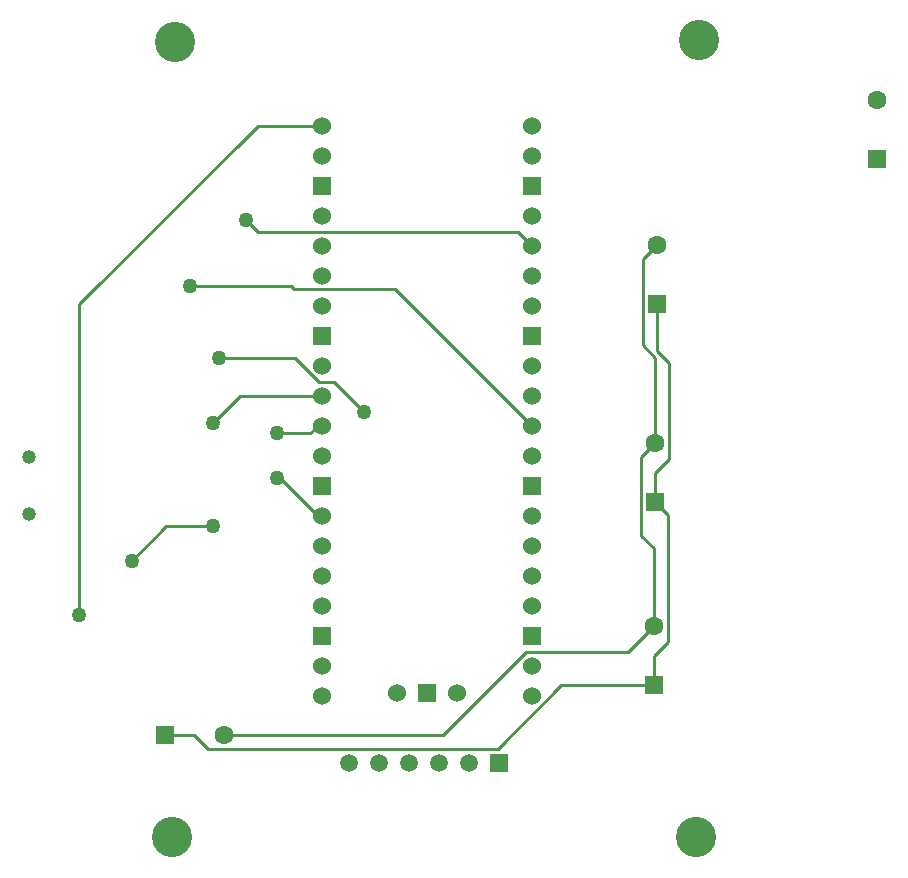
<source format=gbl>
G04*
G04 #@! TF.GenerationSoftware,Altium Limited,Altium Designer,22.5.1 (42)*
G04*
G04 Layer_Physical_Order=2*
G04 Layer_Color=16711680*
%FSLAX25Y25*%
%MOIN*%
G70*
G04*
G04 #@! TF.SameCoordinates,2259C19E-8C9C-4015-8B10-9D1C86A6F0C8*
G04*
G04*
G04 #@! TF.FilePolarity,Positive*
G04*
G01*
G75*
%ADD15C,0.01000*%
%ADD49C,0.06000*%
%ADD50R,0.06000X0.06000*%
%ADD51C,0.13400*%
%ADD52R,0.06299X0.06299*%
%ADD53C,0.06299*%
%ADD54R,0.06299X0.06299*%
%ADD55R,0.05906X0.05906*%
%ADD56C,0.05906*%
%ADD57C,0.04693*%
%ADD58C,0.05000*%
D15*
X332000Y319000D02*
X342000Y309000D01*
X326935Y319000D02*
X332000D01*
X318935Y327000D02*
X326935Y319000D01*
X293500Y327000D02*
X318935D01*
X247000Y241500D02*
Y345000D01*
X306500Y404500D01*
X284000Y351000D02*
X317514D01*
X318514Y350000D01*
X352299D01*
X397799Y304500D01*
X264500Y259500D02*
X276000Y271000D01*
X291500D01*
X306500Y404500D02*
X327799D01*
X439500Y329614D02*
Y345000D01*
Y329614D02*
X443650Y325464D01*
X439000Y288806D02*
X443650Y293455D01*
X439000Y279000D02*
Y288806D01*
X443650Y293455D02*
Y325464D01*
X434850Y360035D02*
X439500Y364685D01*
X439000Y298685D02*
Y327285D01*
X434850Y331435D02*
X439000Y327285D01*
X434850Y331435D02*
Y360035D01*
X438500Y227805D02*
X443150Y232455D01*
Y274850D01*
X439000Y279000D02*
X443150Y274850D01*
X438500Y218000D02*
Y227805D01*
X434350Y267935D02*
Y294035D01*
X439000Y298685D01*
X434350Y267935D02*
X438500Y263785D01*
Y237685D02*
Y263785D01*
X368435Y201500D02*
X395935Y229000D01*
X429815D01*
X438500Y237685D01*
X295185Y201500D02*
X368435D01*
X407663Y218000D02*
X438500D01*
X386514Y196850D02*
X407663Y218000D01*
X289955Y196850D02*
X386514D01*
X285306Y201500D02*
X289955Y196850D01*
X275500Y201500D02*
X285306D01*
X302500Y373000D02*
X306500Y369000D01*
X393299D02*
X397799Y364500D01*
X306500Y369000D02*
X393299D01*
X313000Y302000D02*
X323946D01*
X313000Y287000D02*
X314082D01*
X326582Y274500D01*
X291500Y305500D02*
X300500Y314500D01*
X327799D01*
X326582Y274500D02*
X327799D01*
X326446Y304500D02*
X327799D01*
X323946Y302000D02*
X326446Y304500D01*
D49*
X327799Y404500D02*
D03*
Y394500D02*
D03*
Y374500D02*
D03*
Y364500D02*
D03*
Y354500D02*
D03*
Y344500D02*
D03*
Y324500D02*
D03*
Y314500D02*
D03*
Y304500D02*
D03*
Y294500D02*
D03*
Y274500D02*
D03*
Y264500D02*
D03*
Y254500D02*
D03*
Y244500D02*
D03*
Y224500D02*
D03*
Y214500D02*
D03*
X397799Y224500D02*
D03*
Y244500D02*
D03*
Y254500D02*
D03*
Y264500D02*
D03*
Y274500D02*
D03*
Y294500D02*
D03*
Y304500D02*
D03*
Y314500D02*
D03*
Y324500D02*
D03*
Y344500D02*
D03*
Y354500D02*
D03*
Y364500D02*
D03*
Y374500D02*
D03*
Y394500D02*
D03*
Y404500D02*
D03*
Y214500D02*
D03*
X352799Y215500D02*
D03*
X372799D02*
D03*
D50*
X327799Y384500D02*
D03*
Y334500D02*
D03*
Y284500D02*
D03*
Y234500D02*
D03*
X397799D02*
D03*
Y284500D02*
D03*
Y334500D02*
D03*
Y384500D02*
D03*
X362799Y215500D02*
D03*
D51*
X279000Y432500D02*
D03*
X452500Y167500D02*
D03*
X453500Y433000D02*
D03*
X278000Y167500D02*
D03*
D52*
X513000Y393500D02*
D03*
X439500Y345000D02*
D03*
X438500Y218000D02*
D03*
X439000Y279000D02*
D03*
D53*
X513000Y413185D02*
D03*
X439500Y364685D02*
D03*
X438500Y237685D02*
D03*
X439000Y298685D02*
D03*
X295185Y201500D02*
D03*
D54*
X275500D02*
D03*
D55*
X387000Y192000D02*
D03*
D56*
X377000D02*
D03*
X367000D02*
D03*
X357000D02*
D03*
X347000D02*
D03*
X337000D02*
D03*
D57*
X230166Y275000D02*
D03*
Y294213D02*
D03*
D58*
X342000Y309000D02*
D03*
X293500Y327000D02*
D03*
X247000Y241500D02*
D03*
X284000Y351000D02*
D03*
X291500Y271000D02*
D03*
X264500Y259500D02*
D03*
X302500Y373000D02*
D03*
X313000Y302000D02*
D03*
Y287000D02*
D03*
X291500Y305500D02*
D03*
M02*

</source>
